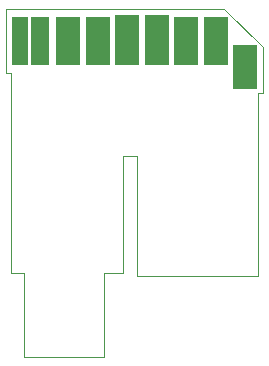
<source format=gbs>
G04 EAGLE Gerber RS-274X export*
G75*
%MOMM*%
%FSLAX34Y34*%
%LPD*%
%INSolder Mask bottom*%
%IPPOS*%
%AMOC8*
5,1,8,0,0,1.08239X$1,22.5*%
G01*
%ADD10C,0.000000*%
%ADD11R,2.001600X3.751600*%
%ADD12R,2.001600X4.151600*%
%ADD13R,2.001600X4.351600*%
%ADD14R,1.601600X4.151600*%
%ADD15R,1.401600X4.151600*%


D10*
X11500Y1000D02*
X11500Y72500D01*
X1000Y72500D01*
X1000Y241500D01*
X-3000Y241500D01*
X-3000Y296000D01*
X181500Y296000D01*
X214000Y263500D01*
X214000Y224500D01*
X210000Y224500D01*
X210000Y69500D01*
X107500Y69500D01*
X96000Y72500D02*
X79500Y72500D01*
X79500Y1000D01*
X11500Y1000D01*
X107500Y69500D02*
X107500Y171000D01*
X96000Y171000D01*
X96000Y72500D01*
D11*
X199300Y246800D03*
D12*
X174300Y268800D03*
X149300Y268800D03*
D13*
X124300Y269800D03*
X99300Y269800D03*
D12*
X74300Y268800D03*
X49300Y268800D03*
D14*
X25100Y268800D03*
D15*
X8100Y268800D03*
M02*

</source>
